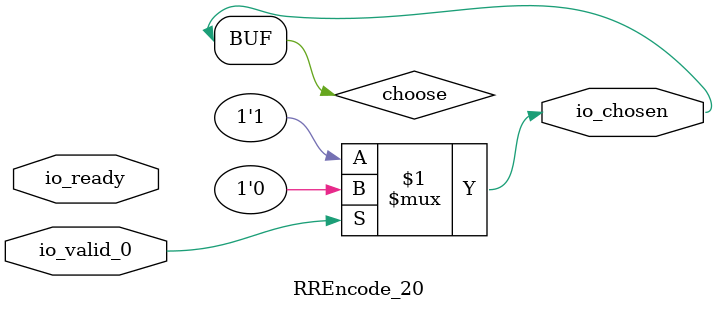
<source format=v>
module RREncode_20(
    input  io_valid_0,
    output io_chosen,
    input  io_ready);
  wire choose;
  assign io_chosen = choose;
  assign choose = io_valid_0 ? 1'h0 : 1'h1;
endmodule
</source>
